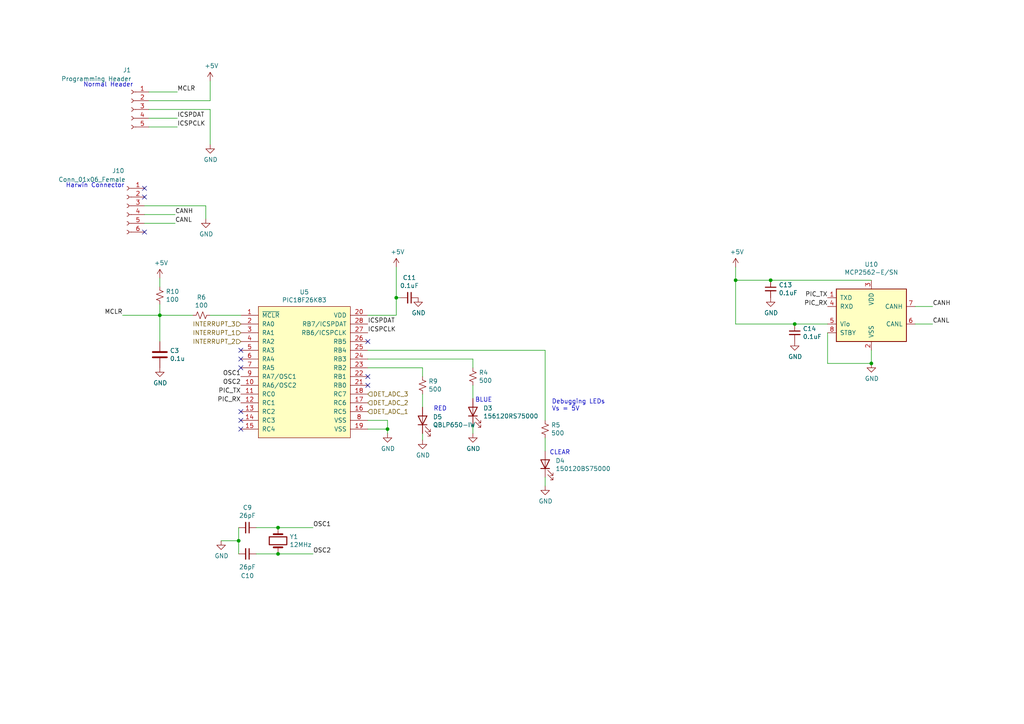
<source format=kicad_sch>
(kicad_sch (version 20211123) (generator eeschema)
  (paper "A4")
  (lib_symbols
    (symbol "Connector:Conn_01x05_Female" (pin_names (offset 1.016) hide)
      (property "Reference" "J" (at 0 7.62 0))
      (property "Value" "Conn_01x05_Female" (at 0 -7.62 0))
      (symbol "Conn_01x05_Female_1_1"
        (arc (start 0 -4.572) (mid -0.508 -5.08) (end 0 -5.588) (stroke (width 0.1524)))
        (arc (start 0 -2.032) (mid -0.508 -2.54) (end 0 -3.048) (stroke (width 0.1524)))
        (polyline (pts (xy -1.27 -5.08) (xy -0.508 -5.08)) (stroke (width 0.1524)))
        (polyline (pts (xy -1.27 -2.54) (xy -0.508 -2.54)) (stroke (width 0.1524)))
        (polyline (pts (xy -1.27 0) (xy -0.508 0)) (stroke (width 0.1524)))
        (polyline (pts (xy -1.27 2.54) (xy -0.508 2.54)) (stroke (width 0.1524)))
        (polyline (pts (xy -1.27 5.08) (xy -0.508 5.08)) (stroke (width 0.1524)))
        (arc (start 0 0.508) (mid -0.508 0) (end 0 -0.508) (stroke (width 0.1524)))
        (arc (start 0 3.048) (mid -0.508 2.54) (end 0 2.032) (stroke (width 0.1524)))
        (arc (start 0 5.588) (mid -0.508 5.08) (end 0 4.572) (stroke (width 0.1524)))
        (pin passive line (at -5.08 5.08 0) (length 3.81) (name "Pin_1") (number "1"))
        (pin passive line (at -5.08 2.54 0) (length 3.81) (name "Pin_2") (number "2"))
        (pin passive line (at -5.08 0 0) (length 3.81) (name "Pin_3") (number "3"))
        (pin passive line (at -5.08 -2.54 0) (length 3.81) (name "Pin_4") (number "4"))
        (pin passive line (at -5.08 -5.08 0) (length 3.81) (name "Pin_5") (number "5"))
      )
    )
    (symbol "Connector:Conn_01x06_Female" (pin_names (offset 1.016) hide)
      (property "Reference" "J" (at 0 7.62 0))
      (property "Value" "Conn_01x06_Female" (at 0 -10.16 0))
      (symbol "Conn_01x06_Female_1_1"
        (arc (start 0 -7.112) (mid -0.508 -7.62) (end 0 -8.128) (stroke (width 0.1524)))
        (arc (start 0 -4.572) (mid -0.508 -5.08) (end 0 -5.588) (stroke (width 0.1524)))
        (arc (start 0 -2.032) (mid -0.508 -2.54) (end 0 -3.048) (stroke (width 0.1524)))
        (polyline (pts (xy -1.27 -7.62) (xy -0.508 -7.62)) (stroke (width 0.1524)))
        (polyline (pts (xy -1.27 -5.08) (xy -0.508 -5.08)) (stroke (width 0.1524)))
        (polyline (pts (xy -1.27 -2.54) (xy -0.508 -2.54)) (stroke (width 0.1524)))
        (polyline (pts (xy -1.27 0) (xy -0.508 0)) (stroke (width 0.1524)))
        (polyline (pts (xy -1.27 2.54) (xy -0.508 2.54)) (stroke (width 0.1524)))
        (polyline (pts (xy -1.27 5.08) (xy -0.508 5.08)) (stroke (width 0.1524)))
        (arc (start 0 0.508) (mid -0.508 0) (end 0 -0.508) (stroke (width 0.1524)))
        (arc (start 0 3.048) (mid -0.508 2.54) (end 0 2.032) (stroke (width 0.1524)))
        (arc (start 0 5.588) (mid -0.508 5.08) (end 0 4.572) (stroke (width 0.1524)))
        (pin passive line (at -5.08 5.08 0) (length 3.81) (name "Pin_1") (number "1"))
        (pin passive line (at -5.08 2.54 0) (length 3.81) (name "Pin_2") (number "2"))
        (pin passive line (at -5.08 0 0) (length 3.81) (name "Pin_3") (number "3"))
        (pin passive line (at -5.08 -2.54 0) (length 3.81) (name "Pin_4") (number "4"))
        (pin passive line (at -5.08 -5.08 0) (length 3.81) (name "Pin_5") (number "5"))
        (pin passive line (at -5.08 -7.62 0) (length 3.81) (name "Pin_6") (number "6"))
      )
    )
    (symbol "Device:C" (pin_numbers hide) (pin_names (offset 0.254))
      (property "Reference" "C" (at 0.635 2.54 0))
      (property "Value" "C" (at 0.635 -2.54 0))
      (symbol "C_0_1"
        (polyline (pts (xy -2.032 -0.762) (xy 2.032 -0.762)) (stroke (width 0.508)))
        (polyline (pts (xy -2.032 0.762) (xy 2.032 0.762)) (stroke (width 0.508)))
      )
      (symbol "C_1_1"
        (pin passive line (at 0 3.81 270) (length 2.794) (name "~") (number "1"))
        (pin passive line (at 0 -3.81 90) (length 2.794) (name "~") (number "2"))
      )
    )
    (symbol "Device:C_Small" (pin_numbers hide) (pin_names (offset 0.254) hide)
      (property "Reference" "C" (at 0.254 1.778 0))
      (property "Value" "C_Small" (at 0.254 -2.032 0))
      (symbol "C_Small_0_1"
        (polyline (pts (xy -1.524 -0.508) (xy 1.524 -0.508)) (stroke (width 0.3302)))
        (polyline (pts (xy -1.524 0.508) (xy 1.524 0.508)) (stroke (width 0.3048)))
      )
      (symbol "C_Small_1_1"
        (pin passive line (at 0 2.54 270) (length 2.032) (name "~") (number "1"))
        (pin passive line (at 0 -2.54 90) (length 2.032) (name "~") (number "2"))
      )
    )
    (symbol "Device:Crystal" (pin_numbers hide) (pin_names (offset 1.016) hide)
      (property "Reference" "Y" (at 0 3.81 0))
      (property "Value" "Crystal" (at 0 -3.81 0))
      (symbol "Crystal_0_1"
        (rectangle (start -1.143 2.54) (end 1.143 -2.54) (stroke (width 0.3048)))
        (polyline (pts (xy -2.54 0) (xy -1.905 0)))
        (polyline (pts (xy -1.905 -1.27) (xy -1.905 1.27)) (stroke (width 0.508)))
        (polyline (pts (xy 1.905 -1.27) (xy 1.905 1.27)) (stroke (width 0.508)))
        (polyline (pts (xy 2.54 0) (xy 1.905 0)))
      )
      (symbol "Crystal_1_1"
        (pin passive line (at -3.81 0 0) (length 1.27) (name "1") (number "1"))
        (pin passive line (at 3.81 0 180) (length 1.27) (name "2") (number "2"))
      )
    )
    (symbol "Device:LED" (pin_numbers hide) (pin_names (offset 1.016) hide)
      (property "Reference" "D" (at 0 2.54 0))
      (property "Value" "LED" (at 0 -2.54 0))
      (symbol "LED_0_1"
        (polyline (pts (xy -1.27 -1.27) (xy -1.27 1.27)) (stroke (width 0.254)))
        (polyline (pts (xy -1.27 0) (xy 1.27 0)))
        (polyline (pts (xy 1.27 -1.27) (xy 1.27 1.27) (xy -1.27 0) (xy 1.27 -1.27)) (stroke (width 0.254)))
        (polyline (pts (xy -3.048 -0.762) (xy -4.572 -2.286) (xy -3.81 -2.286) (xy -4.572 -2.286) (xy -4.572 -1.524)))
        (polyline (pts (xy -1.778 -0.762) (xy -3.302 -2.286) (xy -2.54 -2.286) (xy -3.302 -2.286) (xy -3.302 -1.524)))
      )
      (symbol "LED_1_1"
        (pin passive line (at -3.81 0 0) (length 2.54) (name "K") (number "1"))
        (pin passive line (at 3.81 0 180) (length 2.54) (name "A") (number "2"))
      )
    )
    (symbol "Device:R_Small_US" (pin_numbers hide) (pin_names (offset 0.254) hide)
      (property "Reference" "R" (at 0.762 0.508 0))
      (property "Value" "R_Small_US" (at 0.762 -1.016 0))
      (symbol "R_Small_US_1_1"
        (polyline (pts (xy 0 0) (xy 1.016 -0.381) (xy 0 -0.762) (xy -1.016 -1.143) (xy 0 -1.524)))
        (polyline (pts (xy 0 1.524) (xy 1.016 1.143) (xy 0 0.762) (xy -1.016 0.381) (xy 0 0)))
        (pin passive line (at 0 2.54 270) (length 1.016) (name "~") (number "1"))
        (pin passive line (at 0 -2.54 90) (length 1.016) (name "~") (number "2"))
      )
    )
    (symbol "Interface_CAN_LIN:MCP2562-E-SN" (pin_names (offset 1.016))
      (property "Reference" "U" (at -10.16 8.89 0))
      (property "Value" "MCP2562-E-SN" (at 2.54 8.89 0))
      (symbol "MCP2562-E-SN_0_1"
        (rectangle (start -10.16 7.62) (end 10.16 -7.62) (stroke (width 0.254)) (fill (type background)))
      )
      (symbol "MCP2562-E-SN_1_1"
        (pin input line (at -12.7 5.08 0) (length 2.54) (name "TXD") (number "1"))
        (pin power_in line (at 0 -10.16 90) (length 2.54) (name "VSS") (number "2"))
        (pin power_in line (at 0 10.16 270) (length 2.54) (name "VDD") (number "3"))
        (pin output line (at -12.7 2.54 0) (length 2.54) (name "RXD") (number "4"))
        (pin power_in line (at -12.7 -2.54 0) (length 2.54) (name "Vio") (number "5"))
        (pin bidirectional line (at 12.7 -2.54 180) (length 2.54) (name "CANL") (number "6"))
        (pin bidirectional line (at 12.7 2.54 180) (length 2.54) (name "CANH") (number "7"))
        (pin input line (at -12.7 -5.08 0) (length 2.54) (name "STBY") (number "8"))
      )
    )
    (symbol "canhw:PIC18LF26K83" (pin_names (offset 1.016))
      (property "Reference" "U" (at 0 22.86 0))
      (property "Value" "PIC18LF26K83" (at 0 20.32 0))
      (symbol "PIC18LF26K83_1_1"
        (rectangle (start -13.97 17.78) (end 12.7 -20.32) (fill (type background)))
        (pin input line (at -19.05 15.24 0) (length 5.08) (name "~{MCLR}") (number "1"))
        (pin bidirectional line (at -19.05 -5.08 0) (length 5.08) (name "RA6/OSC2") (number "10"))
        (pin bidirectional line (at -19.05 -7.62 0) (length 5.08) (name "RC0") (number "11"))
        (pin bidirectional line (at -19.05 -10.16 0) (length 5.08) (name "RC1") (number "12"))
        (pin bidirectional line (at -19.05 -12.7 0) (length 5.08) (name "RC2") (number "13"))
        (pin bidirectional line (at -19.05 -15.24 0) (length 5.08) (name "RC3") (number "14"))
        (pin bidirectional line (at -19.05 -17.78 0) (length 5.08) (name "RC4") (number "15"))
        (pin bidirectional line (at 17.78 -12.7 180) (length 5.08) (name "RC5") (number "16"))
        (pin bidirectional line (at 17.78 -10.16 180) (length 5.08) (name "RC6") (number "17"))
        (pin bidirectional line (at 17.78 -7.62 180) (length 5.08) (name "RC7") (number "18"))
        (pin power_in line (at 17.78 -17.78 180) (length 5.08) (name "VSS") (number "19"))
        (pin bidirectional line (at -19.05 12.7 0) (length 5.08) (name "RA0") (number "2"))
        (pin power_in line (at 17.78 15.24 180) (length 5.08) (name "VDD") (number "20"))
        (pin bidirectional line (at 17.78 -5.08 180) (length 5.08) (name "RB0") (number "21"))
        (pin bidirectional line (at 17.78 -2.54 180) (length 5.08) (name "RB1") (number "22"))
        (pin bidirectional line (at 17.78 0 180) (length 5.08) (name "RB2") (number "23"))
        (pin bidirectional line (at 17.78 2.54 180) (length 5.08) (name "RB3") (number "24"))
        (pin bidirectional line (at 17.78 5.08 180) (length 5.08) (name "RB4") (number "25"))
        (pin bidirectional line (at 17.78 7.62 180) (length 5.08) (name "RB5") (number "26"))
        (pin bidirectional line (at 17.78 10.16 180) (length 5.08) (name "RB6/ICSPCLK") (number "27"))
        (pin bidirectional line (at 17.78 12.7 180) (length 5.08) (name "RB7/ICSPDAT") (number "28"))
        (pin bidirectional line (at -19.05 10.16 0) (length 5.08) (name "RA1") (number "3"))
        (pin bidirectional line (at -19.05 7.62 0) (length 5.08) (name "RA2") (number "4"))
        (pin bidirectional line (at -19.05 5.08 0) (length 5.08) (name "RA3") (number "5"))
        (pin bidirectional line (at -19.05 2.54 0) (length 5.08) (name "RA4") (number "6"))
        (pin bidirectional line (at -19.05 0 0) (length 5.08) (name "RA5") (number "7"))
        (pin power_in line (at 17.78 -15.24 180) (length 5.08) (name "VSS") (number "8"))
        (pin bidirectional line (at -19.05 -2.54 0) (length 5.08) (name "RA7/OSC1") (number "9"))
      )
    )
    (symbol "power:+5V" (power) (pin_names (offset 0))
      (property "Value" "+5V" (at 0 3.556 0))
      (symbol "+5V_0_1"
        (polyline (pts (xy -0.762 1.27) (xy 0 2.54)))
        (polyline (pts (xy 0 0) (xy 0 2.54)))
        (polyline (pts (xy 0 2.54) (xy 0.762 1.27)))
      )
      (symbol "+5V_1_1"
        (pin power_in line (at 0 0 90) (length 0) hide (name "+5V") (number "1"))
      )
    )
    (symbol "power:GND" (power) (pin_names (offset 0))
      (property "Value" "GND" (at 0 -3.81 0))
      (symbol "GND_0_1"
        (polyline (pts (xy 0 0) (xy 0 -1.27) (xy 1.27 -1.27) (xy 0 -2.54) (xy -1.27 -1.27) (xy 0 -1.27)))
      )
      (symbol "GND_1_1"
        (pin power_in line (at 0 0 270) (length 0) hide (name "GND") (number "1"))
      )
    )
  )
  (junction (at 223.52 81.28))
  (junction (at 114.935 86.36))
  (junction (at 69.215 156.845))
  (junction (at 252.73 105.41))
  (junction (at 112.395 124.46))
  (junction (at 80.645 160.655))
  (junction (at 80.645 153.035))
  (junction (at 230.505 93.98))
  (junction (at 213.36 81.28))
  (junction (at 46.355 91.44))
  (no_connect (at 106.68 99.06))
  (no_connect (at 41.91 67.31))
  (no_connect (at 69.85 104.14))
  (no_connect (at 106.68 111.76))
  (no_connect (at 69.85 106.68))
  (no_connect (at 69.85 121.92))
  (no_connect (at 106.68 109.22))
  (no_connect (at 69.85 101.6))
  (no_connect (at 69.85 119.38))
  (no_connect (at 69.85 124.46))
  (no_connect (at 41.91 54.61))
  (no_connect (at 41.91 57.15))
  (wire (pts (xy 106.68 124.46) (xy 112.395 124.46)))
  (wire (pts (xy 122.555 106.68) (xy 122.555 109.22)))
  (wire (pts (xy 60.96 23.495) (xy 60.96 29.21)))
  (wire (pts (xy 213.36 81.28) (xy 213.36 93.98)))
  (wire (pts (xy 240.03 105.41) (xy 252.73 105.41)))
  (wire (pts (xy 223.52 81.28) (xy 213.36 81.28)))
  (wire (pts (xy 69.215 156.845) (xy 64.135 156.845)))
  (wire (pts (xy 69.215 153.035) (xy 69.215 156.845)))
  (wire (pts (xy 60.96 29.21) (xy 43.18 29.21)))
  (wire (pts (xy 158.115 101.6) (xy 158.115 121.92)))
  (wire (pts (xy 43.18 31.75) (xy 60.96 31.75)))
  (wire (pts (xy 158.115 127) (xy 158.115 130.81)))
  (wire (pts (xy 230.505 93.98) (xy 213.36 93.98)))
  (wire (pts (xy 51.435 26.67) (xy 43.18 26.67)))
  (wire (pts (xy 252.73 81.28) (xy 223.52 81.28)))
  (wire (pts (xy 252.73 105.41) (xy 252.73 101.6)))
  (wire (pts (xy 46.355 80.645) (xy 46.355 83.185)))
  (wire (pts (xy 265.43 88.9) (xy 270.51 88.9)))
  (wire (pts (xy 41.91 64.77) (xy 50.8 64.77)))
  (wire (pts (xy 46.355 91.44) (xy 55.88 91.44)))
  (wire (pts (xy 265.43 93.98) (xy 270.51 93.98)))
  (wire (pts (xy 46.355 91.44) (xy 46.355 99.06)))
  (wire (pts (xy 51.435 36.83) (xy 43.18 36.83)))
  (wire (pts (xy 213.36 77.47) (xy 213.36 81.28)))
  (wire (pts (xy 60.96 31.75) (xy 60.96 41.91)))
  (wire (pts (xy 50.8 62.23) (xy 41.91 62.23)))
  (wire (pts (xy 74.295 153.035) (xy 80.645 153.035)))
  (wire (pts (xy 59.69 59.69) (xy 59.69 63.5)))
  (wire (pts (xy 122.555 114.3) (xy 122.555 118.11)))
  (wire (pts (xy 158.115 138.43) (xy 158.115 140.97)))
  (wire (pts (xy 51.435 34.29) (xy 43.18 34.29)))
  (wire (pts (xy 60.96 91.44) (xy 69.85 91.44)))
  (wire (pts (xy 112.395 124.46) (xy 112.395 125.73)))
  (wire (pts (xy 106.68 121.92) (xy 112.395 121.92)))
  (wire (pts (xy 106.68 104.14) (xy 137.16 104.14)))
  (wire (pts (xy 80.645 153.035) (xy 90.805 153.035)))
  (wire (pts (xy 106.68 91.44) (xy 114.935 91.44)))
  (wire (pts (xy 137.16 111.76) (xy 137.16 115.57)))
  (wire (pts (xy 240.03 93.98) (xy 230.505 93.98)))
  (wire (pts (xy 106.68 101.6) (xy 158.115 101.6)))
  (wire (pts (xy 69.215 156.845) (xy 69.215 160.655)))
  (wire (pts (xy 41.91 59.69) (xy 59.69 59.69)))
  (wire (pts (xy 80.645 160.655) (xy 90.805 160.655)))
  (wire (pts (xy 112.395 121.92) (xy 112.395 124.46)))
  (wire (pts (xy 46.355 88.265) (xy 46.355 91.44)))
  (wire (pts (xy 35.56 91.44) (xy 46.355 91.44)))
  (wire (pts (xy 240.03 96.52) (xy 240.03 105.41)))
  (wire (pts (xy 137.16 123.19) (xy 137.16 125.73)))
  (wire (pts (xy 137.16 104.14) (xy 137.16 106.68)))
  (wire (pts (xy 114.935 91.44) (xy 114.935 86.36)))
  (wire (pts (xy 114.935 86.36) (xy 116.205 86.36)))
  (wire (pts (xy 74.295 160.655) (xy 80.645 160.655)))
  (wire (pts (xy 114.935 77.47) (xy 114.935 86.36)))
  (wire (pts (xy 106.68 106.68) (xy 122.555 106.68)))
  (wire (pts (xy 122.555 125.73) (xy 122.555 127.635)))
  (text "Debugging LEDs\nVs = 5V\n" (at 160.02 119.38 0) (effects (font (size 1.27 1.27)) (justify left bottom)))
  (text "RED" (at 125.73 119.38 0) (effects (font (size 1.27 1.27)) (justify left bottom)))
  (text "Normal Header\n" (at 24.13 25.4 0) (effects (font (size 1.27 1.27)) (justify left bottom)))
  (text "BLUE" (at 137.795 116.84 0) (effects (font (size 1.27 1.27)) (justify left bottom)))
  (text "CLEAR" (at 159.385 132.08 0) (effects (font (size 1.27 1.27)) (justify left bottom)))
  (text "Harwin Connector\n" (at 19.05 54.61 0) (effects (font (size 1.27 1.27)) (justify left bottom)))
  (label "ICSPDAT" (at 106.68 93.98 0))
  (label "OSC1" (at 69.85 109.22 180))
  (label "OSC1" (at 90.805 153.035 0))
  (label "CANH" (at 50.8 62.23 0))
  (label "CANH" (at 270.51 88.9 0))
  (label "ICSPDAT" (at 51.435 34.29 0))
  (label "OSC2" (at 69.85 111.76 180))
  (label "OSC2" (at 90.805 160.655 0))
  (label "PIC_RX" (at 69.85 116.84 180))
  (label "CANL" (at 270.51 93.98 0))
  (label "PIC_TX" (at 69.85 114.3 180))
  (label "ICSPCLK" (at 51.435 36.83 0))
  (label "PIC_RX" (at 240.03 88.9 180))
  (label "PIC_TX" (at 240.03 86.36 180))
  (label "CANL" (at 50.8 64.77 0))
  (label "ICSPCLK" (at 106.68 96.52 0))
  (label "MCLR" (at 51.435 26.67 0))
  (label "MCLR" (at 35.56 91.44 180))
  (hierarchical_label "INTERRUPT_2" (shape input) (at 69.85 99.06 180))
  (hierarchical_label "DET_ADC_3" (shape input) (at 106.68 114.3 0))
  (hierarchical_label "INTERRUPT_1" (shape input) (at 69.85 96.52 180))
  (hierarchical_label "DET_ADC_1" (shape input) (at 106.68 119.38 0))
  (hierarchical_label "DET_ADC_2" (shape input) (at 106.68 116.84 0))
  (hierarchical_label "INTERRUPT_3" (shape input) (at 69.85 93.98 180))
  (symbol (lib_id "Interface_CAN_LIN:MCP2562-E-SN") (at 252.73 91.44 0) (unit 1)
    (property "Reference" "U10" (at 252.73 76.6826 0))
    (property "Value" "MCP2562-E/SN" (at 252.73 78.994 0))
    (property "Footprint" "Package_SO:SOIC-8_3.9x4.9mm_P1.27mm" (effects hide))
    (property "Datasheet" "http://ww1.microchip.com/downloads/en/DeviceDoc/25167A.pdf" (effects hide))
  )
  (symbol (lib_id "power:GND") (at 252.73 105.41 0) (unit 1)
    (property "Reference" "#PWR0203" (effects hide))
    (property "Value" "GND" (at 252.857 109.8042 0))
  )
  (symbol (lib_id "Device:C_Small") (at 230.505 96.52 0) (unit 1)
    (property "Reference" "C14" (at 232.8418 95.3516 0) (effects (justify left)))
    (property "Value" "0.1uF" (at 232.8418 97.663 0) (effects (justify left)))
    (property "Footprint" "Capacitor_SMD:C_0805_2012Metric_Pad1.15x1.40mm_HandSolder" (effects hide))
  )
  (symbol (lib_id "Device:Crystal") (at 80.645 156.845 270) (unit 1)
    (property "Reference" "Y1" (at 83.9724 155.6766 90) (effects (justify left)))
    (property "Value" "12MHz" (at 83.9724 157.988 90) (effects (justify left)))
    (property "Footprint" "Crystal:Crystal_HC49-4H_Vertical" (effects hide))
  )
  (symbol (lib_id "Device:C_Small") (at 71.755 160.655 270) (unit 1)
    (property "Reference" "C10" (at 71.755 167.005 90))
    (property "Value" "26pF" (at 71.755 164.465 90))
    (property "Footprint" "Capacitor_SMD:C_0805_2012Metric_Pad1.15x1.40mm_HandSolder" (effects hide))
  )
  (symbol (lib_id "Device:C_Small") (at 71.755 153.035 270) (unit 1)
    (property "Reference" "C9" (at 71.755 147.2184 90))
    (property "Value" "26pF" (at 71.755 149.5298 90))
    (property "Footprint" "Capacitor_SMD:C_0805_2012Metric_Pad1.15x1.40mm_HandSolder" (effects hide))
  )
  (symbol (lib_id "power:GND") (at 64.135 156.845 0) (unit 1)
    (property "Reference" "#PWR0205" (effects hide))
    (property "Value" "GND" (at 64.262 161.2392 0))
  )
  (symbol (lib_id "Device:C_Small") (at 118.745 86.36 270) (unit 1)
    (property "Reference" "C11" (at 118.745 80.5434 90))
    (property "Value" "0.1uF" (at 118.745 82.8548 90))
    (property "Footprint" "Capacitor_SMD:C_0805_2012Metric_Pad1.15x1.40mm_HandSolder" (effects hide))
  )
  (symbol (lib_id "power:GND") (at 121.285 86.36 0) (unit 1)
    (property "Reference" "#PWR0204" (effects hide))
    (property "Value" "GND" (at 121.412 90.7542 0))
  )
  (symbol (lib_id "power:GND") (at 112.395 125.73 0) (unit 1)
    (property "Reference" "#PWR0206" (effects hide))
    (property "Value" "GND" (at 112.522 130.1242 0))
  )
  (symbol (lib_id "Device:C_Small") (at 223.52 83.82 0) (unit 1)
    (property "Reference" "C13" (at 225.8568 82.6516 0) (effects (justify left)))
    (property "Value" "0.1uF" (at 225.8568 84.963 0) (effects (justify left)))
    (property "Footprint" "Capacitor_SMD:C_0805_2012Metric_Pad1.15x1.40mm_HandSolder" (effects hide))
  )
  (symbol (lib_id "power:GND") (at 223.52 86.36 0) (unit 1)
    (property "Reference" "#PWR0207" (effects hide))
    (property "Value" "GND" (at 223.647 90.7542 0))
  )
  (symbol (lib_id "power:GND") (at 230.505 99.06 0) (unit 1)
    (property "Reference" "#PWR0208" (effects hide))
    (property "Value" "GND" (at 230.632 103.4542 0))
  )
  (symbol (lib_id "Device:R_Small_US") (at 46.355 85.725 0) (unit 1)
    (property "Reference" "R10" (at 48.0822 84.5566 0) (effects (justify left)))
    (property "Value" "100" (at 48.0822 86.868 0) (effects (justify left)))
    (property "Footprint" "Resistor_SMD:R_0805_2012Metric_Pad1.15x1.40mm_HandSolder" (effects hide))
  )
  (symbol (lib_id "Device:LED") (at 137.16 119.38 90) (unit 1)
    (property "Reference" "D3" (at 140.1572 118.3894 90) (effects (justify right)))
    (property "Value" "156120RS75000" (at 140.1572 120.7008 90) (effects (justify right)))
    (property "Footprint" "Diode_SMD:D_1206_3216Metric_Pad1.42x1.75mm_HandSolder" (effects hide))
  )
  (symbol (lib_id "Device:R_Small_US") (at 137.16 109.22 0) (unit 1)
    (property "Reference" "R4" (at 138.8872 108.0516 0) (effects (justify left)))
    (property "Value" "500" (at 138.8872 110.363 0) (effects (justify left)))
    (property "Footprint" "Resistor_SMD:R_0805_2012Metric_Pad1.15x1.40mm_HandSolder" (effects hide))
  )
  (symbol (lib_id "power:GND") (at 137.16 125.73 0) (unit 1)
    (property "Reference" "#PWR018" (effects hide))
    (property "Value" "GND" (at 137.287 130.1242 0))
  )
  (symbol (lib_id "Device:LED") (at 158.115 134.62 90) (unit 1)
    (property "Reference" "D4" (at 161.1122 133.6294 90) (effects (justify right)))
    (property "Value" "150120BS75000" (at 161.1122 135.9408 90) (effects (justify right)))
    (property "Footprint" "Diode_SMD:D_1206_3216Metric_Pad1.42x1.75mm_HandSolder" (effects hide))
  )
  (symbol (lib_id "Device:R_Small_US") (at 158.115 124.46 0) (unit 1)
    (property "Reference" "R5" (at 159.8422 123.2916 0) (effects (justify left)))
    (property "Value" "500" (at 159.8422 125.603 0) (effects (justify left)))
    (property "Footprint" "Resistor_SMD:R_0805_2012Metric_Pad1.15x1.40mm_HandSolder" (effects hide))
  )
  (symbol (lib_id "power:GND") (at 158.115 140.97 0) (unit 1)
    (property "Reference" "#PWR019" (effects hide))
    (property "Value" "GND" (at 158.242 145.3642 0))
  )
  (symbol (lib_id "Device:LED") (at 122.555 121.92 90) (unit 1)
    (property "Reference" "D5" (at 125.5522 120.9294 90) (effects (justify right)))
    (property "Value" "QBLP650-IW" (at 125.5522 123.2408 90) (effects (justify right)))
    (property "Footprint" "Diode_SMD:D_1206_3216Metric_Pad1.42x1.75mm_HandSolder" (effects hide))
  )
  (symbol (lib_id "power:GND") (at 122.555 127.635 0) (unit 1)
    (property "Reference" "#PWR07" (effects hide))
    (property "Value" "GND" (at 122.682 132.0292 0))
  )
  (symbol (lib_id "Device:R_Small_US") (at 122.555 111.76 0) (unit 1)
    (property "Reference" "R9" (at 124.2822 110.5916 0) (effects (justify left)))
    (property "Value" "500" (at 124.2822 112.903 0) (effects (justify left)))
    (property "Footprint" "Resistor_SMD:R_0805_2012Metric_Pad1.15x1.40mm_HandSolder" (effects hide))
  )
  (symbol (lib_id "canhw:PIC18LF26K83") (at 88.9 106.68 0) (unit 1)
    (property "Reference" "U5" (at 88.265 84.709 0))
    (property "Value" "PIC18F26K83" (at 88.265 87.0204 0))
    (property "Footprint" "Package_SO:SOIC-28W_7.5x18.7mm_P1.27mm" (effects hide))
    (property "Datasheet" "http://ww1.microchip.com/downloads/en/DeviceDoc/40001943A.pdf" (effects hide))
  )
  (symbol (lib_id "power:+5V") (at 46.355 80.645 0) (unit 1)
    (property "Reference" "#PWR0213" (effects hide))
    (property "Value" "+5V" (at 46.736 76.2508 0))
  )
  (symbol (lib_id "power:+5V") (at 114.935 77.47 0) (unit 1)
    (property "Reference" "#PWR0214" (effects hide))
    (property "Value" "+5V" (at 115.316 73.0758 0))
  )
  (symbol (lib_id "power:+5V") (at 213.36 77.47 0) (unit 1)
    (property "Reference" "#PWR0215" (effects hide))
    (property "Value" "+5V" (at 213.741 73.0758 0))
  )
  (symbol (lib_id "Device:R_Small_US") (at 58.42 91.44 270) (unit 1)
    (property "Reference" "R6" (at 58.42 86.233 90))
    (property "Value" "100" (at 58.42 88.5444 90))
    (property "Footprint" "Resistor_SMD:R_0805_2012Metric_Pad1.15x1.40mm_HandSolder" (effects hide))
  )
  (symbol (lib_id "Device:C") (at 46.355 102.87 0) (unit 1)
    (property "Reference" "C3" (at 49.276 101.7016 0) (effects (justify left)))
    (property "Value" "0.1u" (at 49.276 104.013 0) (effects (justify left)))
    (property "Footprint" "Capacitor_SMD:C_0805_2012Metric_Pad1.15x1.40mm_HandSolder" (effects hide))
  )
  (symbol (lib_id "power:GND") (at 46.355 106.68 0) (unit 1)
    (property "Reference" "#PWR0212" (effects hide))
    (property "Value" "GND" (at 46.482 111.0742 0))
  )
  (symbol (lib_id "Connector:Conn_01x05_Female") (at 38.1 31.75 0) (mirror y) (unit 1)
    (property "Reference" "J1" (at 36.83 20.32 0))
    (property "Value" "Programming Header" (at 27.94 22.86 0))
    (property "Footprint" "Connector_PinHeader_2.54mm:PinHeader_1x05_P2.54mm_Vertical" (effects hide))
  )
  (symbol (lib_id "power:+5V") (at 60.96 23.495 0) (unit 1)
    (property "Reference" "#PWR0216" (effects hide))
    (property "Value" "+5V" (at 61.341 19.1008 0))
  )
  (symbol (lib_id "power:GND") (at 60.96 41.91 0) (unit 1)
    (property "Reference" "#PWR0217" (effects hide))
    (property "Value" "GND" (at 61.087 46.3042 0))
  )
  (symbol (lib_id "power:GND") (at 59.69 63.5 0) (unit 1)
    (property "Reference" "#PWR0218" (effects hide))
    (property "Value" "GND" (at 59.817 67.8942 0))
  )
  (symbol (lib_id "Connector:Conn_01x06_Female") (at 36.83 59.69 0) (mirror y) (unit 1)
    (property "Reference" "J10" (at 34.29 49.53 0))
    (property "Value" "Conn_01x06_Female" (at 26.67 52.07 0))
    (property "Footprint" "Payload2020_custom:connector_Harwin_M80-5000642" (effects hide))
  )
)
</source>
